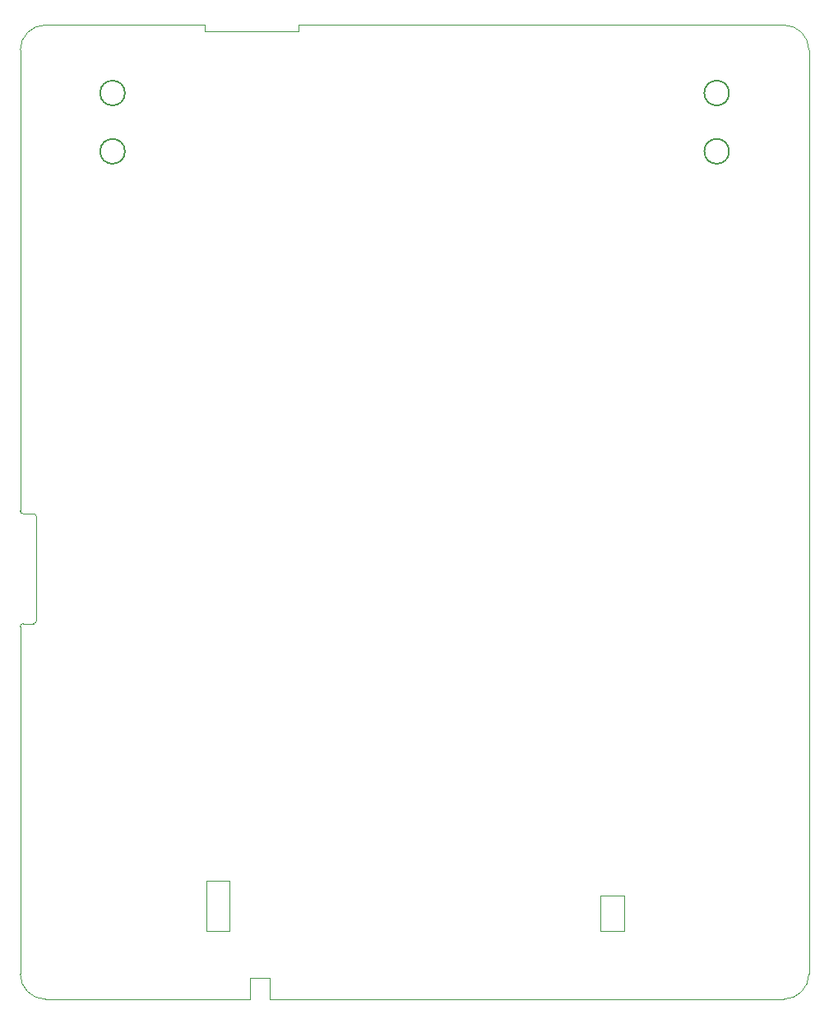
<source format=gbr>
%TF.GenerationSoftware,KiCad,Pcbnew,8.0.0*%
%TF.CreationDate,2024-03-14T10:46:31-06:00*%
%TF.ProjectId,underglow3,756e6465-7267-46c6-9f77-332e6b696361,rev?*%
%TF.SameCoordinates,Original*%
%TF.FileFunction,Profile,NP*%
%FSLAX46Y46*%
G04 Gerber Fmt 4.6, Leading zero omitted, Abs format (unit mm)*
G04 Created by KiCad (PCBNEW 8.0.0) date 2024-03-14 10:46:31*
%MOMM*%
%LPD*%
G01*
G04 APERTURE LIST*
%TA.AperFunction,Profile*%
%ADD10C,0.100000*%
%TD*%
%TA.AperFunction,Profile*%
%ADD11C,0.160000*%
%TD*%
G04 APERTURE END LIST*
D10*
X56100000Y7300000D02*
X58500000Y7300000D01*
X58500000Y3600000D01*
X56100000Y3600000D01*
X56100000Y7300000D01*
D11*
X69309548Y89818754D02*
G75*
G02*
X66759548Y89818754I-1275000J0D01*
G01*
X66759548Y89818754D02*
G75*
G02*
X69309548Y89818754I1275000J0D01*
G01*
D10*
X-1065452Y-3381246D02*
X20000000Y-3381246D01*
X-3378794Y46540065D02*
G75*
G02*
X-3664591Y46825945I6794J292589D01*
G01*
D11*
X7109547Y83818754D02*
G75*
G02*
X4559547Y83818754I-1275000J0D01*
G01*
X4559547Y83818754D02*
G75*
G02*
X7109547Y83818754I1275000J0D01*
G01*
D10*
X77534548Y-781246D02*
X77534548Y94218754D01*
X-3665452Y94218754D02*
G75*
G02*
X-1065452Y96818706I2599952J0D01*
G01*
X-1065452Y-3381246D02*
G75*
G02*
X-3665500Y-781246I-48J2600000D01*
G01*
X-1065452Y96818754D02*
X15300000Y96818754D01*
X74934548Y96818754D02*
G75*
G02*
X77534500Y94218754I-48J-2600000D01*
G01*
X77534548Y-781246D02*
G75*
G02*
X74934548Y-3381294I-2600048J0D01*
G01*
D11*
X69309548Y83818754D02*
G75*
G02*
X66759548Y83818754I-1275000J0D01*
G01*
X66759548Y83818754D02*
G75*
G02*
X69309548Y83818754I1275000J0D01*
G01*
D10*
X20000000Y-1200000D02*
X22000000Y-1200000D01*
X-3350000Y35250064D02*
X-2300000Y35250064D01*
X22000000Y-1200000D02*
X22000000Y-3380000D01*
X74934548Y-3381246D02*
X22000000Y-3381246D01*
X15500000Y8800000D02*
X17900000Y8800000D01*
X17900000Y3600000D01*
X15500000Y3600000D01*
X15500000Y8800000D01*
X-3665452Y94218754D02*
X-3665452Y46825000D01*
X-2000391Y35550064D02*
G75*
G02*
X-2300374Y35250045I-298109J-1910D01*
G01*
X-3665452Y34930000D02*
X-3665452Y-781246D01*
D11*
X7109547Y89818754D02*
G75*
G02*
X4559547Y89818754I-1275000J0D01*
G01*
X4559547Y89818754D02*
G75*
G02*
X7109547Y89818754I1275000J0D01*
G01*
D10*
X-3665452Y34930000D02*
G75*
G02*
X-3355780Y35249724I307752J11754D01*
G01*
X15300000Y96200000D02*
X25000000Y96200000D01*
X-2300000Y46539679D02*
G75*
G02*
X-2000369Y46253801I7000J-292625D01*
G01*
X20000000Y-3380000D02*
X20000000Y-1200000D01*
X-2300000Y46540064D02*
X-3380000Y46540064D01*
X-2000000Y35550064D02*
X-2000000Y46250064D01*
X74934548Y96818754D02*
X25000000Y96818754D01*
X15300000Y96820000D02*
X15300000Y96200000D01*
X25000000Y96200000D02*
X25000000Y96820000D01*
M02*

</source>
